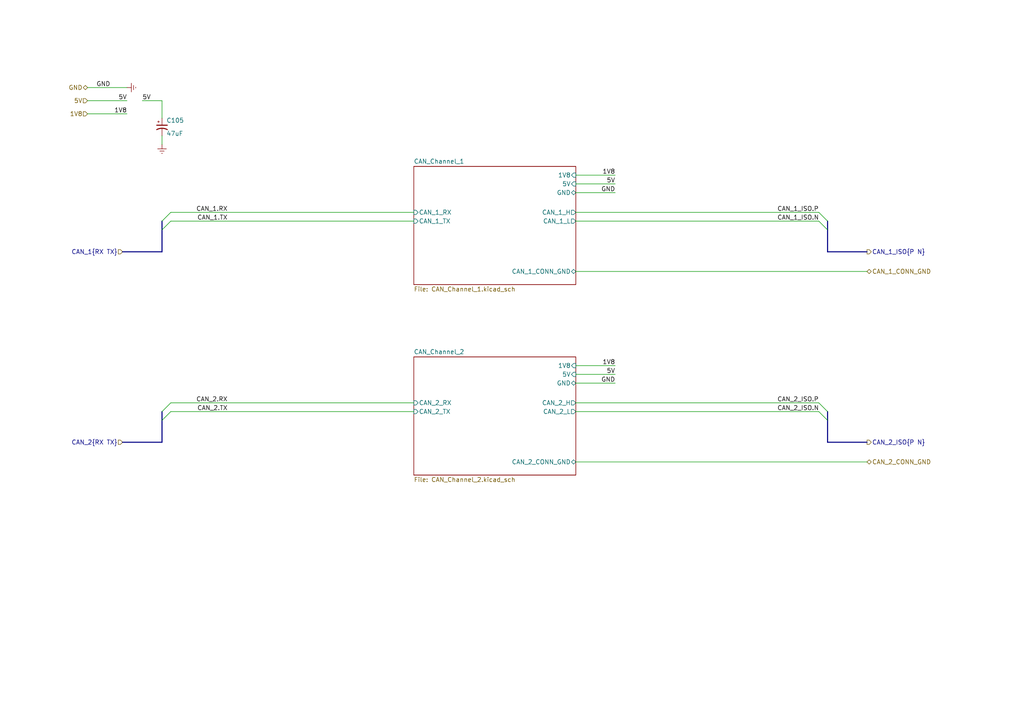
<source format=kicad_sch>
(kicad_sch (version 20250114) (generator "eeschema") (generator_version "9.0")
  (paper "A4")
  (lib_symbols
    (symbol "16CE47FSS:16CE47FSS" (pin_numbers (hide yes)) (pin_names (hide yes))
      (property "Reference" "C" (at -3.048 -0.254 0))
      (property "Value" "16CE47FSS" (at -2.794 -10.922 0))
      (symbol "16CE47FSS_0_1"
        (polyline (pts (xy -1.524 0.508) (xy 1.524 0.508)) (stroke (width 0.3048)))
        (polyline (pts (xy -1.27 1.524) (xy -0.762 1.524)))
        (polyline (pts (xy -1.016 1.27) (xy -1.016 1.778)))
        (arc (start -1.524 -0.762) (mid 0 -0.3734) (end 1.524 -0.762) (stroke (width 0.3048)))
      )
      (symbol "16CE47FSS_1_1"
        (pin passive line (at 0 2.54 270) (length 2.032) (name "~") (number "1"))
        (pin passive line (at 0 -2.54 90) (length 2.032) (name "~") (number "2"))
      )
    )
    (symbol "power:GNDREF" (power) (pin_names (offset 0))
      (property "Value" "GNDREF" (at 0 -3.81 0))
      (symbol "GNDREF_0_1"
        (polyline (pts (xy -0.635 -1.905) (xy 0.635 -1.905)))
        (polyline (pts (xy -0.127 -2.54) (xy 0.127 -2.54)))
        (polyline (pts (xy 0 -1.27) (xy 0 0)))
        (polyline (pts (xy 1.27 -1.27) (xy -1.27 -1.27)))
      )
      (symbol "GNDREF_1_1"
        (pin power_in line (at 0 0 270) (length 0) (hide yes) (name "GNDREF") (number "1"))
      )
    )
  )
  (bus_entry (at 240.03 121.92) (size -2.54 -2.54))
  (bus_entry (at 240.03 64.135) (size -2.54 -2.54))
  (bus_entry (at 46.99 121.92) (size 2.54 -2.54))
  (bus_entry (at 240.03 66.675) (size -2.54 -2.54))
  (bus_entry (at 240.03 119.38) (size -2.54 -2.54))
  (bus_entry (at 46.99 66.675) (size 2.54 -2.54))
  (bus_entry (at 46.99 119.38) (size 2.54 -2.54))
  (bus_entry (at 46.99 64.135) (size 2.54 -2.54))
  (bus (pts (xy 240.03 64.135) (xy 240.03 66.675)))
  (wire (pts (xy 237.49 116.84) (xy 167.005 116.84)))
  (wire (pts (xy 46.99 34.29) (xy 46.99 29.21)))
  (bus (pts (xy 35.56 73.025) (xy 46.99 73.025)))
  (wire (pts (xy 167.005 53.34) (xy 178.435 53.34)))
  (wire (pts (xy 237.49 64.135) (xy 167.005 64.135)))
  (bus (pts (xy 251.46 128.27) (xy 240.03 128.27)))
  (bus (pts (xy 46.99 64.135) (xy 46.99 66.675)))
  (bus (pts (xy 240.03 66.675) (xy 240.03 73.025)))
  (bus (pts (xy 46.99 121.92) (xy 46.99 128.27)))
  (bus (pts (xy 251.46 73.025) (xy 240.03 73.025)))
  (wire (pts (xy 167.005 133.985) (xy 251.46 133.985)))
  (bus (pts (xy 46.99 66.675) (xy 46.99 73.025)))
  (wire (pts (xy 167.005 108.585) (xy 178.435 108.585)))
  (wire (pts (xy 167.005 50.8) (xy 178.435 50.8)))
  (wire (pts (xy 41.275 29.21) (xy 46.99 29.21)))
  (wire (pts (xy 49.53 64.135) (xy 120.015 64.135)))
  (wire (pts (xy 25.4 33.02) (xy 36.83 33.02)))
  (wire (pts (xy 49.53 61.595) (xy 120.015 61.595)))
  (bus (pts (xy 35.56 128.27) (xy 46.99 128.27)))
  (wire (pts (xy 167.005 106.045) (xy 178.435 106.045)))
  (wire (pts (xy 25.4 25.4) (xy 36.83 25.4)))
  (wire (pts (xy 237.49 119.38) (xy 167.005 119.38)))
  (wire (pts (xy 167.005 111.125) (xy 178.435 111.125)))
  (wire (pts (xy 49.53 119.38) (xy 120.015 119.38)))
  (bus (pts (xy 240.03 121.92) (xy 240.03 128.27)))
  (wire (pts (xy 167.005 78.74) (xy 251.46 78.74)))
  (wire (pts (xy 237.49 61.595) (xy 167.005 61.595)))
  (wire (pts (xy 49.53 116.84) (xy 120.015 116.84)))
  (wire (pts (xy 167.005 55.88) (xy 178.435 55.88)))
  (wire (pts (xy 46.99 39.37) (xy 46.99 41.91)))
  (bus (pts (xy 46.99 119.38) (xy 46.99 121.92)))
  (bus (pts (xy 240.03 119.38) (xy 240.03 121.92)))
  (wire (pts (xy 25.4 29.21) (xy 36.83 29.21)))
  (label "GND" (at 178.435 111.125 180))
  (label "GND" (at 178.435 55.88 180))
  (label "CAN_1_ISO.P" (at 225.425 61.595 0))
  (label "5V" (at 41.275 29.21 0))
  (label "CAN_1.RX" (at 66.04 61.595 180))
  (label "CAN_2.RX" (at 66.04 116.84 180))
  (label "GND" (at 27.94 25.4 0))
  (label "5V" (at 178.435 108.585 180))
  (label "1V8" (at 178.435 106.045 180))
  (label "CAN_1.TX" (at 66.04 64.135 180))
  (label "5V" (at 36.83 29.21 180))
  (label "1V8" (at 36.83 33.02 180))
  (label "5V" (at 178.435 53.34 180))
  (label "CAN_2_ISO.N" (at 225.425 119.38 0))
  (label "CAN_2_ISO.P" (at 225.425 116.84 0))
  (label "CAN_1_ISO.N" (at 225.425 64.135 0))
  (label "1V8" (at 178.435 50.8 180))
  (label "CAN_2.TX" (at 66.04 119.38 180))
  (hierarchical_label "CAN_1{RX TX}" (shape input) (at 35.56 73.025 180))
  (hierarchical_label "GND" (shape bidirectional) (at 25.4 25.4 180))
  (hierarchical_label "5V" (shape input) (at 25.4 29.21 180))
  (hierarchical_label "1V8" (shape input) (at 25.4 33.02 180))
  (hierarchical_label "CAN_2_ISO{P N}" (shape output) (at 251.46 128.27 0))
  (hierarchical_label "CAN_1_CONN_GND" (shape bidirectional) (at 251.46 78.74 0))
  (hierarchical_label "CAN_2_CONN_GND" (shape bidirectional) (at 251.46 133.985 0))
  (hierarchical_label "CAN_2{RX TX}" (shape input) (at 35.56 128.27 180))
  (hierarchical_label "CAN_1_ISO{P N}" (shape output) (at 251.46 73.025 0))
  (symbol (lib_id "16CE47FSS:16CE47FSS") (at 46.99 36.83 0) (unit 1)
    (property "Reference" "C105" (at 48.26 34.925 0) (effects (justify left)))
    (property "Value" "47uF" (at 48.26 38.735 0) (effects (justify left)))
    (property "Footprint" "CAP_L5:CAP_L5" (effects (hide yes)))
    (property "Datasheet" "https://item.szlcsc.com/245725.html" (effects (hide yes)))
    (property "LCSC" "C242026" (effects (hide yes)))
    (property "Capacitance" "47uF" (effects (hide yes)))
  )
  (symbol (lib_id "power:GNDREF") (at 46.99 41.91 0) (unit 1)
    (property "Reference" "#PWR060" (effects (hide yes)))
    (property "Value" "GNDREF" (effects (hide yes)))
  )
  (symbol (lib_id "power:GNDREF") (at 36.83 25.4 90) (unit 1)
    (property "Reference" "#PWR059" (effects (hide yes)))
    (property "Value" "GNDREF" (effects (hide yes)))
  )
  (sheet (at 120.015 48.26) (size 46.99 34.29) (stroke (width 0.1524))
    (property "Sheetname" "CAN_Channel_1" (at 120.015 47.5484 0) (effects (justify left bottom)))
    (property "Sheetfile" "CAN_Channel_1.kicad_sch" (at 120.015 83.1346 0) (effects (justify left top)))
    (pin "GND" bidirectional (at 167.005 55.88 0))
    (pin "1V8" input (at 167.005 50.8 0))
    (pin "5V" input (at 167.005 53.34 0))
    (pin "CAN_1_CONN_GND" bidirectional (at 167.005 78.74 0))
    (pin "CAN_1_H" output (at 167.005 61.595 0))
    (pin "CAN_1_L" output (at 167.005 64.135 0))
    (pin "CAN_1_RX" input (at 120.015 61.595 180))
    (pin "CAN_1_TX" input (at 120.015 64.135 180))
  )
  (sheet (at 120.015 103.505) (size 46.99 34.29) (stroke (width 0.1524))
    (property "Sheetname" "CAN_Channel_2" (at 120.015 102.7934 0) (effects (justify left bottom)))
    (property "Sheetfile" "CAN_Channel_2.kicad_sch" (at 120.015 138.3796 0) (effects (justify left top)))
    (pin "1V8" input (at 167.005 106.045 0))
    (pin "5V" input (at 167.005 108.585 0))
    (pin "GND" bidirectional (at 167.005 111.125 0))
    (pin "CAN_2_RX" input (at 120.015 116.84 180))
    (pin "CAN_2_TX" input (at 120.015 119.38 180))
    (pin "CAN_2_CONN_GND" bidirectional (at 167.005 133.985 0))
    (pin "CAN_2_H" output (at 167.005 116.84 0))
    (pin "CAN_2_L" output (at 167.005 119.38 0))
  )
)
</source>
